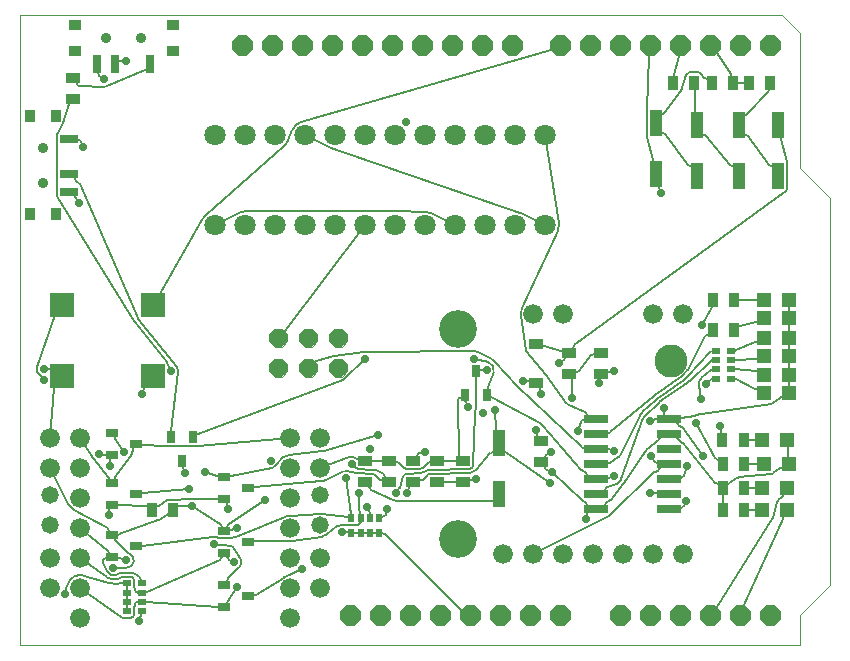
<source format=gbr>
%FSLAX44Y44*%
%OFA0.0000B0.0000*%
%SFA1B1*%
%MOMM*%
%AMFRECTNOHOLE25*
21,1,0.8000,1.2000,0.0000,0.0000,0*
%
%AMFRECTNOHOLE26*
21,1,1.2000,0.8000,0.0000,0.0000,0*
%
%AMFRECTNOHOLE27*
21,1,1.0668,2.1844,0.0000,0.0000,0*
%
%AMFRECTNOHOLE28*
21,1,1.2000,1.2000,0.0000,0.0000,0*
%
%AMFRECTNOHOLE29*
21,1,0.8000,1.0000,0.0000,0.0000,0*
%
%AMFRECTNOHOLE30*
21,1,1.5000,0.7000,0.0000,0.0000,0*
%
%AMFRECTNOHOLE31*
21,1,1.2200,0.9100,0.0000,0.0000,0*
%
%AMFRECTNOHOLE32*
21,1,0.6350,1.0160,0.0000,0.0000,0*
%
%AMFRECTNOHOLE33*
21,1,2.0320,0.6604,0.0000,0.0000,0*
%
%AMFRECTNOHOLE34*
21,1,1.0160,0.6350,0.0000,0.0000,0*
%
%AMFRECTNOHOLE35*
21,1,2.0000,2.0000,0.0000,0.0000,0*
%
%AMFRECTNOHOLE36*
21,1,0.6500,0.5000,0.0000,0.0000,0*
%
%AMFRECTNOHOLE37*
21,1,0.5000,0.6500,0.0000,0.0000,0*
%
%AMFRECTNOHOLE38*
21,1,1.0000,0.8000,0.0000,0.0000,0*
%
%AMFRECTNOHOLE39*
21,1,0.7000,1.5000,0.0000,0.0000,0*
%
%ADD25FRECTNOHOLE25*%
%ADD26FRECTNOHOLE26*%
%ADD27FRECTNOHOLE27*%
%ADD28FRECTNOHOLE28*%
%ADD29FRECTNOHOLE29*%
%ADD30FRECTNOHOLE30*%
%ADD31FRECTNOHOLE31*%
%ADD32FRECTNOHOLE32*%
%ADD33FRECTNOHOLE33*%
%ADD34FRECTNOHOLE34*%
%ADD35FRECTNOHOLE35*%
%ADD36FRECTNOHOLE36*%
%ADD37FRECTNOHOLE37*%
%ADD38FRECTNOHOLE38*%
%ADD39FRECTNOHOLE39*%
%ADD40C,0.0010X0.0000*%
%ADD41C,0.1524X0.0000*%
%ADD43C,0.0000X0.0000*%
%ADD56C,0.7000X0.0000*%
%ADD57C,0.9000X0.0000*%
%ADD58C,1.6764X0.0000*%
%ADD59C,3.2000X0.0000*%
%ADD60C,2.8000X0.0000*%
%ADD61C,1.3970X0.0000*%
%ADD62C,1.4732X0.0000*%
%ADD63C,1.8000X0.0000*%
%LNTOP304*%
%LPD*%
G36*
X525018Y511472D2*
X529928Y516382D1*
X536872Y516382D1*
X541782Y511472D1*
X541782Y504528D1*
X536872Y499618D1*
X529928Y499618D1*
X525018Y504528D1*
X525018Y511472D1*
G37*
%LNTOP305*%
%LPD*%
G36*
X499618Y28872D2*
X504528Y33782D1*
X511472Y33782D1*
X516382Y28872D1*
X516382Y21928D1*
X511472Y17018D1*
X504528Y17018D1*
X499618Y21928D1*
X499618Y28872D1*
G37*
%LNTOP306*%
%LPD*%
G36*
X550418Y511472D2*
X555328Y516382D1*
X562272Y516382D1*
X567182Y511472D1*
X567182Y504528D1*
X562272Y499618D1*
X555328Y499618D1*
X550418Y504528D1*
X550418Y511472D1*
G37*
%LNTOP307*%
%LPD*%
G36*
X575818Y511472D2*
X580728Y516382D1*
X587672Y516382D1*
X592582Y511472D1*
X592582Y504528D1*
X587672Y499618D1*
X580728Y499618D1*
X575818Y504528D1*
X575818Y511472D1*
G37*
%LNTOP308*%
%LPD*%
G36*
X601218Y511472D2*
X606128Y516382D1*
X613072Y516382D1*
X617982Y511472D1*
X617982Y504528D1*
X613072Y499618D1*
X606128Y499618D1*
X601218Y504528D1*
X601218Y511472D1*
G37*
%LNTOP309*%
%LPD*%
G36*
X626618Y511472D2*
X631528Y516382D1*
X638472Y516382D1*
X643382Y511472D1*
X643382Y504528D1*
X638472Y499618D1*
X631528Y499618D1*
X626618Y504528D1*
X626618Y511472D1*
G37*
%LNTOP310*%
%LPD*%
G36*
X499618Y511472D2*
X504528Y516382D1*
X511472Y516382D1*
X516382Y511472D1*
X516382Y504528D1*
X511472Y499618D1*
X504528Y499618D1*
X499618Y504528D1*
X499618Y511472D1*
G37*
%LNTOP311*%
%LPD*%
G36*
X474218Y511472D2*
X479128Y516382D1*
X486072Y516382D1*
X490982Y511472D1*
X490982Y504528D1*
X486072Y499618D1*
X479128Y499618D1*
X474218Y504528D1*
X474218Y511472D1*
G37*
%LNTOP312*%
%LPD*%
G36*
X448818Y511472D2*
X453728Y516382D1*
X460672Y516382D1*
X465582Y511472D1*
X465582Y504528D1*
X460672Y499618D1*
X453728Y499618D1*
X448818Y504528D1*
X448818Y511472D1*
G37*
%LNTOP313*%
%LPD*%
G36*
X408178Y511472D2*
X413088Y516382D1*
X420032Y516382D1*
X424942Y511472D1*
X424942Y504528D1*
X420032Y499618D1*
X413088Y499618D1*
X408178Y504528D1*
X408178Y511472D1*
G37*
%LNTOP314*%
%LPD*%
G36*
X382778Y511472D2*
X387688Y516382D1*
X394632Y516382D1*
X399542Y511472D1*
X399542Y504528D1*
X394632Y499618D1*
X387688Y499618D1*
X382778Y504528D1*
X382778Y511472D1*
G37*
%LNTOP315*%
%LPD*%
G36*
X357378Y511472D2*
X362288Y516382D1*
X369232Y516382D1*
X374142Y511472D1*
X374142Y504528D1*
X369232Y499618D1*
X362288Y499618D1*
X357378Y504528D1*
X357378Y511472D1*
G37*
%LNTOP316*%
%LPD*%
G36*
X331978Y511472D2*
X336888Y516382D1*
X343832Y516382D1*
X348742Y511472D1*
X348742Y504528D1*
X343832Y499618D1*
X336888Y499618D1*
X331978Y504528D1*
X331978Y511472D1*
G37*
%LNTOP317*%
%LPD*%
G36*
X306578Y511472D2*
X311488Y516382D1*
X318432Y516382D1*
X323342Y511472D1*
X323342Y504528D1*
X318432Y499618D1*
X311488Y499618D1*
X306578Y504528D1*
X306578Y511472D1*
G37*
%LNTOP318*%
%LPD*%
G36*
X281178Y511472D2*
X286088Y516382D1*
X293032Y516382D1*
X297942Y511472D1*
X297942Y504528D1*
X293032Y499618D1*
X286088Y499618D1*
X281178Y504528D1*
X281178Y511472D1*
G37*
%LNTOP319*%
%LPD*%
G36*
X255778Y511472D2*
X260688Y516382D1*
X267632Y516382D1*
X272542Y511472D1*
X272542Y504528D1*
X267632Y499618D1*
X260688Y499618D1*
X255778Y504528D1*
X255778Y511472D1*
G37*
%LNTOP320*%
%LPD*%
G36*
X230378Y511472D2*
X235288Y516382D1*
X242232Y516382D1*
X247142Y511472D1*
X247142Y504528D1*
X242232Y499618D1*
X235288Y499618D1*
X230378Y504528D1*
X230378Y511472D1*
G37*
%LNTOP321*%
%LPD*%
G36*
X525018Y28872D2*
X529928Y33782D1*
X536872Y33782D1*
X541782Y28872D1*
X541782Y21928D1*
X536872Y17018D1*
X529928Y17018D1*
X525018Y21928D1*
X525018Y28872D1*
G37*
%LNTOP322*%
%LPD*%
G36*
X550418Y28872D2*
X555328Y33782D1*
X562272Y33782D1*
X567182Y28872D1*
X567182Y21928D1*
X562272Y17018D1*
X555328Y17018D1*
X550418Y21928D1*
X550418Y28872D1*
G37*
%LNTOP323*%
%LPD*%
G36*
X575818Y28872D2*
X580728Y33782D1*
X587672Y33782D1*
X592582Y28872D1*
X592582Y21928D1*
X587672Y17018D1*
X580728Y17018D1*
X575818Y21928D1*
X575818Y28872D1*
G37*
%LNTOP324*%
%LPD*%
G36*
X601218Y28872D2*
X606128Y33782D1*
X613072Y33782D1*
X617982Y28872D1*
X617982Y21928D1*
X613072Y17018D1*
X606128Y17018D1*
X601218Y21928D1*
X601218Y28872D1*
G37*
%LNTOP325*%
%LPD*%
G36*
X626618Y28872D2*
X631528Y33782D1*
X638472Y33782D1*
X643382Y28872D1*
X643382Y21928D1*
X638472Y17018D1*
X631528Y17018D1*
X626618Y21928D1*
X626618Y28872D1*
G37*
%LNTOP326*%
%LPD*%
G36*
X448818Y28872D2*
X453728Y33782D1*
X460672Y33782D1*
X465582Y28872D1*
X465582Y21928D1*
X460672Y17018D1*
X453728Y17018D1*
X448818Y21928D1*
X448818Y28872D1*
G37*
%LNTOP327*%
%LPD*%
G36*
X423418Y28872D2*
X428328Y33782D1*
X435272Y33782D1*
X440182Y28872D1*
X440182Y21928D1*
X435272Y17018D1*
X428328Y17018D1*
X423418Y21928D1*
X423418Y28872D1*
G37*
%LNTOP328*%
%LPD*%
G36*
X398018Y28872D2*
X402928Y33782D1*
X409872Y33782D1*
X414782Y28872D1*
X414782Y21928D1*
X409872Y17018D1*
X402928Y17018D1*
X398018Y21928D1*
X398018Y28872D1*
G37*
%LNTOP329*%
%LPD*%
G36*
X372618Y28872D2*
X377528Y33782D1*
X384472Y33782D1*
X389382Y28872D1*
X389382Y21928D1*
X384472Y17018D1*
X377528Y17018D1*
X372618Y21928D1*
X372618Y28872D1*
G37*
%LNTOP330*%
%LPD*%
G36*
X347218Y28872D2*
X352128Y33782D1*
X359072Y33782D1*
X363982Y28872D1*
X363982Y21928D1*
X359072Y17018D1*
X352128Y17018D1*
X347218Y21928D1*
X347218Y28872D1*
G37*
%LNTOP331*%
%LPD*%
G36*
X321818Y28872D2*
X326728Y33782D1*
X333672Y33782D1*
X338582Y28872D1*
X338582Y21928D1*
X333672Y17018D1*
X326728Y17018D1*
X321818Y21928D1*
X321818Y28872D1*
G37*
%LNTOP332*%
%LPD*%
G36*
X204978Y511472D2*
X209888Y516382D1*
X216832Y516382D1*
X221742Y511472D1*
X221742Y504528D1*
X216832Y499618D1*
X209888Y499618D1*
X204978Y504528D1*
X204978Y511472D1*
G37*
%LNTOP333*%
%LPD*%
G36*
X179578Y511472D2*
X184488Y516382D1*
X191432Y516382D1*
X196342Y511472D1*
X196342Y504528D1*
X191432Y499618D1*
X184488Y499618D1*
X179578Y504528D1*
X179578Y511472D1*
G37*
%LNTOP334*%
%LPD*%
G36*
X296418Y28872D2*
X301328Y33782D1*
X308272Y33782D1*
X313182Y28872D1*
X313182Y21928D1*
X308272Y17018D1*
X301328Y17018D1*
X296418Y21928D1*
X296418Y28872D1*
G37*
%LNTOP335*%
%LPD*%
G36*
X271018Y28872D2*
X275928Y33782D1*
X282872Y33782D1*
X287782Y28872D1*
X287782Y21928D1*
X282872Y17018D1*
X275928Y17018D1*
X271018Y21928D1*
X271018Y28872D1*
G37*
%LNTOP336*%
%LPD*%
G36*
X210900Y238073D2*
X215317Y242490D1*
X221563Y242490D1*
X225980Y238073D1*
X225980Y231827D1*
X221563Y227410D1*
X215317Y227410D1*
X210900Y231827D1*
X210900Y238073D1*
G37*
%LNTOP337*%
%LPD*%
G36*
X210900Y263473D2*
X215317Y267890D1*
X221563Y267890D1*
X225980Y263473D1*
X225980Y257227D1*
X221563Y252810D1*
X215317Y252810D1*
X210900Y257227D1*
X210900Y263473D1*
G37*
%LNTOP338*%
%LPD*%
G36*
X236300Y238073D2*
X240717Y242490D1*
X246963Y242490D1*
X251380Y238073D1*
X251380Y231827D1*
X246963Y227410D1*
X240717Y227410D1*
X236300Y231827D1*
X236300Y238073D1*
G37*
%LNTOP339*%
%LPD*%
G36*
X236300Y263473D2*
X240717Y267890D1*
X246963Y267890D1*
X251380Y263473D1*
X251380Y257227D1*
X246963Y252810D1*
X240717Y252810D1*
X236300Y257227D1*
X236300Y263473D1*
G37*
%LNTOP340*%
%LPD*%
G36*
X261700Y238073D2*
X266117Y242490D1*
X272363Y242490D1*
X276780Y238073D1*
X276780Y231827D1*
X272363Y227410D1*
X266117Y227410D1*
X261700Y231827D1*
X261700Y238073D1*
G37*
%LNTOP341*%
%LPD*%
G36*
X261700Y263473D2*
X266117Y267890D1*
X272363Y267890D1*
X276780Y263473D1*
X276780Y257227D1*
X272363Y252810D1*
X266117Y252810D1*
X261700Y257227D1*
X261700Y263473D1*
G37*
%LNTOP*%
%LPD*%
G54D10*
G54D25*
X111650Y114300D3*
X129650Y114300D3*
X604630Y266700D3*
X586630Y266700D3*
X604630Y292100D3*
X586630Y292100D3*
X612758Y153670D3*
X594758Y153670D3*
X594758Y133350D3*
X612758Y133350D3*
X595012Y114300D3*
X613012Y114300D3*
X594504Y173990D3*
X612504Y173990D3*
X617110Y476250D3*
X635110Y476250D3*
X552340Y476250D3*
X570340Y476250D3*
X603360Y476250D3*
X585360Y476250D3*
G54D26*
X312420Y156320D3*
X312420Y138320D3*
X353060Y138320D3*
X353060Y156320D3*
X374650Y138320D3*
X374650Y156320D3*
X44450Y462170D3*
X44450Y480170D3*
X292100Y138320D3*
X292100Y156320D3*
X491490Y247760D3*
X491490Y229760D3*
X464820Y247760D3*
X464820Y229760D3*
X332740Y156320D3*
X332740Y138320D3*
X440690Y154830D3*
X440690Y172830D3*
G54D27*
X405130Y128270D3*
X405130Y171450D3*
X641350Y397510D3*
X641350Y440690D3*
X608330Y397510D3*
X608330Y440690D3*
X572770Y397510D3*
X572770Y440690D3*
X538480Y398780D3*
X538480Y441960D3*
G54D28*
X650580Y213360D3*
X629580Y213360D3*
X650580Y292100D3*
X629580Y292100D3*
X650580Y228600D3*
X629580Y228600D3*
X650580Y245110D3*
X629580Y245110D3*
X650580Y260350D3*
X629580Y260350D3*
X650580Y276860D3*
X629580Y276860D3*
X629580Y153670D3*
X650580Y153670D3*
X649310Y114300D3*
X628310Y114300D3*
X649310Y133350D3*
X628310Y133350D3*
X628310Y173990D3*
X649310Y173990D3*
G54D29*
X30050Y364900D3*
X8050Y364900D3*
X8050Y447900D3*
X30050Y447900D3*
G54D30*
X41550Y383900D3*
X41550Y398900D3*
X41550Y428900D3*
G54D31*
X436880Y255110D3*
X436880Y222410D3*
G54D32*
X376580Y212250D3*
X395580Y212250D3*
X386080Y232250D3*
X146660Y176370D3*
X127660Y176370D3*
X137160Y156370D3*
G54D33*
X548894Y115570D3*
X487426Y115570D3*
X548894Y128270D3*
X548894Y140970D3*
X487426Y128270D3*
X487426Y140970D3*
X548894Y153670D3*
X487426Y153670D3*
X548894Y166370D3*
X548894Y179070D3*
X487426Y166370D3*
X487426Y179070D3*
X548894Y191770D3*
X487426Y191770D3*
G54D34*
X172880Y51410D3*
X172880Y32410D3*
X192880Y41910D3*
X172880Y97130D3*
X172880Y78130D3*
X192880Y87630D3*
X77630Y93320D3*
X77630Y74320D3*
X97630Y83820D3*
X172880Y142850D3*
X172880Y123850D3*
X192880Y133350D3*
X77630Y179680D3*
X77630Y160680D3*
X97630Y170180D3*
X77630Y137770D3*
X77630Y118770D3*
X97630Y128270D3*
G54D35*
X35560Y287810D3*
X35560Y227810D3*
X112014Y288064D3*
X112014Y228064D3*
G54D36*
X589380Y225490D3*
X589380Y233490D3*
X589380Y241490D3*
X589380Y249490D3*
X601880Y249490D3*
X601880Y241490D3*
X601880Y233490D3*
X601880Y225490D3*
X90270Y28640D3*
X90270Y36640D3*
X90270Y44640D3*
X90270Y52640D3*
X102770Y52640D3*
X102770Y44640D3*
X102770Y36640D3*
X102770Y28640D3*
G54D37*
X304100Y95350D3*
X296100Y95350D3*
X288100Y95350D3*
X280100Y95350D3*
X280100Y107850D3*
X288100Y107850D3*
X296100Y107850D3*
X304100Y107850D3*
G54D38*
X46130Y503350D3*
X46130Y525350D3*
X129130Y525350D3*
X129130Y503350D3*
G54D39*
X65130Y491850D3*
X80130Y491850D3*
X110130Y491850D3*
G54D40*
X645160Y533400D2*
X0Y533400D1*
X660400Y518160D2*
X645160Y533400D1*
X660400Y403860D2*
X660400Y518160D1*
X685800Y378460D2*
X660400Y403860D1*
X685800Y50800D2*
X685800Y378460D1*
X660400Y25400D2*
X685800Y50800D1*
X660400Y0D2*
X660400Y25400D1*
X0Y0D2*
X660400Y0D1*
X0Y533400D2*
X0Y0D1*
G54D41*
X66876Y482152D2*
X70729Y479076D1*
G75*
G01X65818Y484350D2*
G03X66876Y482152I2812J0D1*
G74*
X65818Y485112D2*
X65818Y484350D1*
X65130Y491850D2*
X65818Y485112D1*
X584397Y224792D2*
X580741Y221275D1*
G75*
G01X586130Y225490D2*
G03X584397Y224792I0J-2500D1*
G74*
X586892Y225490D2*
X586130Y225490D1*
X589380Y225490D2*
X586892Y225490D1*
X101948Y128628D2*
X97630Y128270D1*
X102710Y128628D2*
X101948Y128628D1*
G75*
G01X102710Y128628D2*
G03X102976Y128641I0J2817D1*
G74*
X142574Y132397D2*
X102976Y128641D1*
X624342Y216548D2*
X629580Y213360D1*
X623580Y216548D2*
X624342Y216548D1*
G75*
G01X622280Y216867D2*
G03X623580Y216548I1300J2493D1*
G74*
X606286Y225207D2*
X622280Y216867D1*
G75*
G01X606286Y225207D2*
G03X605130Y225490I-1156J-2217D1*
G74*
X604368Y225490D2*
X605130Y225490D1*
X601880Y225490D2*
X604368Y225490D1*
X624342Y231783D2*
X629580Y228600D1*
X623580Y231783D2*
X624342Y231783D1*
G75*
G01X623317Y231795D2*
G03X623580Y231783I263J2805D1*
G74*
X605363Y233479D2*
X623317Y231795D1*
G75*
G01X605363Y233479D2*
G03X605130Y233490I-233J-2489D1*
G74*
X604368Y233490D2*
X605130Y233490D1*
X601880Y233490D2*
X604368Y233490D1*
X624342Y241927D2*
X629580Y245110D1*
X623580Y241927D2*
X624342Y241927D1*
X623513Y241926D2*
X623580Y241927D1*
X605189Y241491D2*
X623513Y241926D1*
X605130Y241490D2*
X605189Y241491D1*
X604368Y241490D2*
X605130Y241490D1*
X601880Y241490D2*
X604368Y241490D1*
X624342Y257167D2*
X629580Y260350D1*
X623580Y257167D2*
X624342Y257167D1*
G75*
G01X623580Y257167D2*
G03X622439Y256925I0J-2817D1*
G74*
X606143Y249704D2*
X622439Y256925D1*
G75*
G01X605130Y249490D2*
G03X606143Y249704I0J2500D1*
G74*
X604368Y249490D2*
X605130Y249490D1*
X601880Y249490D2*
X604368Y249490D1*
X449896Y504528D2*
X457200Y508000D1*
X449357Y503989D2*
X449896Y504528D1*
X238031Y443156D2*
X449357Y503989D1*
G75*
G01X238031Y443156D2*
G03X230305Y436129I3269J-11356D1*
G74*
X226895Y427471D2*
X230305Y436129D1*
G75*
G01X223708Y422930D2*
G03X226895Y427471I-7808J8870D1*
G74*
X157292Y364470D2*
X223708Y422930D1*
G75*
G01X157292Y364470D2*
G03X154829Y361443I7808J-8870D1*
G74*
X119565Y299457D2*
X154829Y361443D1*
G75*
G01X119565Y299457D2*
G03X119197Y298064I2449J-1393D1*
G74*
X119197Y297302D2*
X119197Y298064D1*
X112014Y288064D2*
X119197Y297302D1*
X538660Y128756D2*
X533186Y128900D1*
X538734Y128755D2*
X538660Y128756D1*
X539496Y128755D2*
X538734Y128755D1*
X548894Y128270D2*
X539496Y128755D1*
X624342Y292100D2*
X629580Y292100D1*
X623580Y292100D2*
X624342Y292100D1*
X608630Y292100D2*
X623580Y292100D1*
X607868Y292100D2*
X608630Y292100D1*
X604630Y292100D2*
X607868Y292100D1*
X624342Y273672D2*
X629580Y276860D1*
X623580Y273672D2*
X624342Y273672D1*
G75*
G01X623580Y273672D2*
G03X622857Y273577I0J-2812D1*
G74*
X609353Y269983D2*
X622857Y273577D1*
G75*
G01X608630Y269888D2*
G03X609353Y269983I0J2812D1*
G74*
X607868Y269888D2*
X608630Y269888D1*
X604630Y266700D2*
X607868Y269888D1*
X574491Y220356D2*
X576286Y208151D1*
G75*
G01X576606Y226051D2*
G03X574491Y220356I4135J-4776D1*
G74*
X584494Y232880D2*
X576606Y226051D1*
G75*
G01X586130Y233490D2*
G03X584494Y232880I0J-2500D1*
G74*
X586892Y233490D2*
X586130Y233490D1*
X589380Y233490D2*
X586892Y233490D1*
X558292Y116060D2*
X548894Y115570D1*
X559054Y116060D2*
X558292Y116060D1*
G75*
G01X559054Y116060D2*
G03X561575Y117626I0J2812D1*
G74*
X563695Y121916D2*
X561575Y117626D1*
X494774Y130810D2*
X487426Y128270D1*
X494774Y131572D2*
X494774Y130810D1*
G75*
G01X496732Y134251D2*
G03X494774Y131572I854J-2679D1*
G74*
X504874Y136848D2*
X496732Y134251D1*
G75*
G01X504874Y136848D2*
G03X508896Y140720I-1919J6018D1*
G74*
X527424Y192020D2*
X508896Y140720D1*
G75*
G01X529039Y194477D2*
G03X527424Y192020I4326J-4603D1*
G74*
X540474Y205225D2*
X529039Y194477D1*
G75*
G01X541181Y205799D2*
G03X540474Y205225I3619J-5177D1*
G74*
X564108Y221828D2*
X541181Y205799D1*
G75*
G01X564108Y221828D2*
G03X566848Y224070I-13436J19218D1*
G74*
X584405Y240800D2*
X566848Y224070D1*
G75*
G01X586130Y241490D2*
G03X584405Y240800I0J-2500D1*
G74*
X586892Y241490D2*
X586130Y241490D1*
X589380Y241490D2*
X586892Y241490D1*
X496824Y154155D2*
X487426Y153670D1*
X497586Y154155D2*
X496824Y154155D1*
G75*
G01X497586Y154155D2*
G03X499069Y154577I0J2817D1*
G74*
X506441Y159141D2*
X499069Y154577D1*
G75*
G01X506441Y159141D2*
G03X508805Y161765I-3325J5371D1*
G74*
X524453Y194177D2*
X508805Y161765D1*
G75*
G01X526587Y197085D2*
G03X524453Y194177I6778J-7211D1*
G74*
X538022Y207833D2*
X526587Y197085D1*
G75*
G01X539130Y208733D2*
G03X538022Y207833I5670J-8111D1*
G74*
X562057Y224761D2*
X539130Y208733D1*
G75*
G01X562057Y224761D2*
G03X565437Y227749I-11385J16285D1*
G74*
X584272Y248663D2*
X565437Y227749D1*
G75*
G01X586130Y249490D2*
G03X584272Y248663I0J-2500D1*
G74*
X586892Y249490D2*
X586130Y249490D1*
X589380Y249490D2*
X586892Y249490D1*
X583392Y263517D2*
X586630Y266700D1*
X582630Y263517D2*
X583392Y263517D1*
G75*
G01X582630Y263517D2*
G03X580138Y262013I0J-2817D1*
G74*
X565084Y233450D2*
X580138Y262013D1*
G75*
G01X560006Y227694D2*
G03X565084Y233450I-9334J13352D1*
G74*
X537079Y211666D2*
X560006Y227694D1*
G75*
G01X537079Y211666D2*
G03X536156Y210959I7721J-11044D1*
G74*
X499390Y180215D2*
X536156Y210959D1*
G75*
G01X497586Y179560D2*
G03X499390Y180215I0J2812D1*
G74*
X496824Y179560D2*
X497586Y179560D1*
X487426Y179070D2*
X496824Y179560D1*
X287031Y116596D2*
X286939Y128736D1*
G75*
G01X287031Y116596D2*
G03X287201Y115188I6317J48D1*
G74*
X288033Y111676D2*
X287201Y115188D1*
G75*
G01X288100Y111100D2*
G03X288033Y111676I-2500J0D1*
G74*
X288100Y110338D2*
X288100Y111100D1*
X288100Y107850D2*
X288100Y110338D1*
X288100Y105362D2*
X288100Y107850D1*
X288100Y104600D2*
X288100Y105362D1*
G75*
G01X285864Y102114D2*
G03X288100Y104600I-264J2486D1*
G74*
X282898Y101799D2*
X285864Y102114D1*
G75*
G01X282600Y101783D2*
G03X282898Y101799I0J2817D1*
G74*
X277600Y101783D2*
X282600Y101783D1*
G75*
G01X277462Y101786D2*
G03X277600Y101783I138J2814D1*
G74*
X272359Y102036D2*
X277462Y101786D1*
G75*
G01X272359Y102036D2*
G03X268051Y100617I-309J-6309D1*
G74*
X260114Y94125D2*
X268051Y100617D1*
G75*
G01X255343Y92037D2*
G03X260114Y94125I-1343J9563D1*
G74*
X230084Y88491D2*
X255343Y92037D1*
G75*
G01X228739Y88388D2*
G03X230084Y88491I-139J10672D1*
G74*
X197997Y87988D2*
X228739Y88388D1*
X197960Y87988D2*
X197997Y87988D1*
X197198Y87988D2*
X197960Y87988D1*
X192880Y87630D2*
X197198Y87988D1*
X389255Y233319D2*
X394805Y233319D1*
X388493Y233319D2*
X389255Y233319D1*
X386080Y232250D2*
X388493Y233319D1*
X309316Y110371D2*
X310556Y114993D1*
G75*
G01X306600Y108288D2*
G03X309316Y110371I0J2812D1*
G74*
X305838Y108288D2*
X306600Y108288D1*
X304100Y107850D2*
X305838Y108288D1*
X385722Y227932D2*
X386080Y232250D1*
X385722Y227170D2*
X385722Y227932D1*
X385722Y227156D2*
X385722Y227170D1*
X385598Y201609D2*
X385722Y227156D1*
G75*
G01X385550Y200865D2*
G03X385598Y201609I-6269J775D1*
G74*
X385144Y197576D2*
X385550Y200865D1*
G75*
G01X385144Y197576D2*
G03X385100Y197031I6269J-775D1*
G74*
X383465Y152217D2*
X385100Y197031D1*
G75*
G01X380716Y149504D2*
G03X383465Y152217I-66J2816D1*
G74*
X346911Y148714D2*
X380716Y149504D1*
G75*
G01X346911Y148714D2*
G03X343931Y147898I149J-6394D1*
G74*
X341869Y146742D2*
X343931Y147898D1*
G75*
G01X339149Y145937D2*
G03X341869Y146742I-409J6383D1*
G74*
X326560Y145131D2*
X339149Y145937D1*
G75*
G01X326560Y145131D2*
G03X324045Y143139I180J-2811D1*
G74*
X321115Y133501D2*
X324045Y143139D1*
G75*
G01X320807Y132823D2*
G03X321115Y133501I-2387J1497D1*
G74*
X318198Y128664D2*
X320807Y132823D1*
X224003Y57892D2*
X238801Y64954D1*
G75*
G01X224003Y57892D2*
G03X222964Y57323I4597J-9632D1*
G74*
X199445Y42697D2*
X222964Y57323D1*
G75*
G01X197960Y42273D2*
G03X199445Y42697I0J2812D1*
G74*
X197198Y42273D2*
X197960Y42273D1*
X192880Y41910D2*
X197198Y42273D1*
X295779Y112326D2*
X293348Y116644D1*
G75*
G01X296100Y111100D2*
G03X295779Y112326I-2500J0D1*
G74*
X296100Y110338D2*
X296100Y111100D1*
X296100Y107850D2*
X296100Y110338D1*
X280072Y111472D2*
X275568Y141442D1*
G75*
G01X280100Y111100D2*
G03X280072Y111472I-2500J0D1*
G74*
X280100Y110338D2*
X280100Y111100D1*
X280100Y107850D2*
X280100Y110338D1*
X278362Y108283D2*
X280100Y107850D1*
X277600Y108283D2*
X278362Y108283D1*
G75*
G01X277235Y108307D2*
G03X277600Y108283I365J2793D1*
G74*
X255250Y111176D2*
X277235Y108307D1*
G75*
G01X255250Y111176D2*
G03X253422Y111240I-1250J-9576D1*
G74*
X227962Y109714D2*
X253422Y111240D1*
G75*
G01X227962Y109714D2*
G03X224547Y108934I638J-10654D1*
G74*
X186730Y93411D2*
X224547Y108934D1*
X186711Y93403D2*
X186730Y93411D1*
X185787Y93015D2*
X186711Y93403D1*
G75*
G01X184813Y92697D2*
G03X185787Y93015I-1469J6144D1*
G74*
X178615Y91215D2*
X184813Y92697D1*
G75*
G01X177960Y91138D2*
G03X178615Y91215I0J2817D1*
G74*
X167800Y91138D2*
X177960Y91138D1*
G75*
G01X166714Y91356D2*
G03X167800Y91138I1086J2599D1*
G74*
X166655Y91380D2*
X166714Y91356D1*
G75*
G01X166655Y91380D2*
G03X163428Y91819I-2436J-5828D1*
G74*
X103063Y84200D2*
X163428Y91819D1*
G75*
G01X102710Y84178D2*
G03X103063Y84200I0J2817D1*
G74*
X101948Y84178D2*
X102710Y84178D1*
X97630Y83820D2*
X101948Y84178D1*
X15482Y229393D2*
X20005Y224742D1*
G75*
G01X14039Y235860D2*
G03X15482Y229393I5971J-2063D1*
G74*
X28218Y276892D2*
X14039Y235860D1*
G75*
G01X28218Y276892D2*
G03X28372Y277810I-2658J918D1*
G74*
X28372Y278572D2*
X28372Y277810D1*
X35560Y287810D2*
X28372Y278572D1*
X46238Y396162D2*
X41550Y398900D1*
X46238Y395400D2*
X46238Y396162D1*
G75*
G01X46238Y395400D2*
G03X47052Y393421I2812J0D1*
G74*
X51052Y389382D2*
X47052Y393421D1*
G75*
G01X51639Y388509D2*
G03X51052Y389382I-2589J-1109D1*
G74*
X99425Y276955D2*
X51639Y388509D1*
G75*
G01X99425Y276955D2*
G03X99825Y276291I2589J1109D1*
G74*
X132477Y235991D2*
X99825Y276291D1*
G75*
G01X133843Y231278D2*
G03X132477Y235991I-6274J736D1*
G74*
X128037Y181778D2*
X133843Y231278D1*
G75*
G01X128037Y181778D2*
G03X128018Y181450I2798J-328D1*
G74*
X128018Y180688D2*
X128018Y181450D1*
X127660Y176370D2*
X128018Y180688D1*
X124617Y239142D2*
X127569Y232014D1*
G75*
G01X124617Y239142D2*
G03X124220Y239816I-2603J-1078D1*
G74*
X97005Y274086D2*
X124220Y239816D1*
G75*
G01X96585Y274682D2*
G03X97005Y274086I5429J3382D1*
G74*
X31659Y378911D2*
X96585Y274682D1*
G75*
G01X31233Y380400D2*
G03X31659Y378911I2817J0D1*
G74*
X31233Y432400D2*
X31233Y380400D1*
G75*
G01X31589Y433770D2*
G03X31233Y432400I2461J-1370D1*
G74*
X36052Y441785D2*
X31589Y433770D1*
G75*
G01X36052Y441785D2*
G03X36235Y442212I-2002J1115D1*
G74*
X41262Y458170D2*
X36235Y442212D1*
X41262Y458932D2*
X41262Y458170D1*
X44450Y462170D2*
X41262Y458932D1*
X47638Y476932D2*
X44450Y480170D1*
X47638Y476170D2*
X47638Y476932D1*
G75*
G01X47638Y476170D2*
G03X50367Y473359I2812J0D1*
G74*
X70542Y472762D2*
X50367Y473359D1*
G75*
G01X70542Y472762D2*
G03X73191Y473258I187J6314D1*
G74*
X105532Y486944D2*
X73191Y473258D1*
G75*
G01X106630Y487167D2*
G03X105532Y486944I0J-2817D1*
G74*
X107392Y487167D2*
X106630Y487167D1*
X110130Y491850D2*
X107392Y487167D1*
X589125Y31251D2*
X584200Y25400D1*
X589664Y31790D2*
X589125Y31251D1*
X589682Y31808D2*
X589664Y31790D1*
G75*
G01X589682Y31808D2*
G03X590060Y32288I-2010J1974D1*
G74*
X636698Y106806D2*
X590060Y32288D1*
G75*
G01X636698Y106806D2*
G03X637033Y107580I-2388J1494D1*
G74*
X640587Y121020D2*
X637033Y107580D1*
G75*
G01X641614Y122549D2*
G03X640587Y121020I1696J-2249D1*
G74*
X645003Y125105D2*
X641614Y122549D1*
G75*
G01X645003Y125105D2*
G03X646122Y127350I-1693J2245D1*
G74*
X646122Y128112D2*
X646122Y127350D1*
X649310Y133350D2*
X646122Y128112D1*
X612310Y33020D2*
X609600Y25400D1*
X612310Y33782D2*
X612310Y33020D1*
G75*
G01X612379Y34100D2*
G03X612310Y33782I693J-318D1*
G74*
X645866Y107128D2*
X612379Y34100D1*
G75*
G01X645866Y107128D2*
G03X646122Y108300I-2556J1172D1*
G74*
X646122Y109062D2*
X646122Y108300D1*
X649310Y114300D2*
X646122Y109062D1*
X616250Y114300D2*
X613012Y114300D1*
X617012Y114300D2*
X616250Y114300D1*
X622310Y114300D2*
X617012Y114300D1*
X623072Y114300D2*
X622310Y114300D1*
X628310Y114300D2*
X623072Y114300D1*
X615996Y133350D2*
X612758Y133350D1*
X616758Y133350D2*
X615996Y133350D1*
X622310Y133350D2*
X616758Y133350D1*
X623072Y133350D2*
X622310Y133350D1*
X628310Y133350D2*
X623072Y133350D1*
X197198Y133708D2*
X192880Y133350D1*
X197960Y133708D2*
X197198Y133708D1*
G75*
G01X197960Y133708D2*
G03X198206Y133719I0J2817D1*
G74*
X254980Y138704D2*
X198206Y133719D1*
G75*
G01X254980Y138704D2*
G03X259230Y139957I-980J11156D1*
G74*
X272618Y147028D2*
X259230Y139957D1*
G75*
G01X277825Y147342D2*
G03X272618Y147028I-2257J-5900D1*
G74*
X278301Y147160D2*
X277825Y147342D1*
G75*
G01X278301Y147160D2*
G03X279634Y146811I2257J5900D1*
G74*
X285164Y145993D2*
X279634Y146811D1*
G75*
G01X285164Y145993D2*
G03X285691Y145937I936J6327D1*
G74*
X298280Y145131D2*
X285691Y145937D1*
G75*
G01X300006Y144394D2*
G03X298280Y145131I-1906J-2074D1*
G74*
X304518Y140249D2*
X300006Y144394D1*
G75*
G01X304518Y140249D2*
G03X306420Y139508I1902J2071D1*
G74*
X307182Y139508D2*
X306420Y139508D1*
X312420Y138320D2*
X307182Y139508D1*
X309232Y141558D2*
X312420Y138320D1*
X309232Y142320D2*
X309232Y141558D1*
G75*
G01X309232Y142320D2*
G03X307631Y144858I-2812J0D1*
G74*
X300855Y148092D2*
X307631Y144858D1*
G75*
G01X300855Y148092D2*
G03X298509Y148703I-2755J-5772D1*
G74*
X285920Y149509D2*
X298509Y148703D1*
G75*
G01X284371Y150096D2*
G03X285920Y149509I1729J2224D1*
G74*
X280558Y153060D2*
X284371Y150096D1*
X257201Y164528D2*
X302934Y178170D1*
G75*
G01X255253Y164131D2*
G03X257201Y164528I-1253J11129D1*
G74*
X227347Y160989D2*
X255253Y164131D1*
G75*
G01X227347Y160989D2*
G03X218741Y155171I1253J-11129D1*
G74*
X217737Y153309D2*
X218741Y155171D1*
G75*
G01X213392Y150106D2*
G03X217737Y153309I-1216J6199D1*
G74*
X178502Y143261D2*
X213392Y150106D1*
G75*
G01X177960Y143208D2*
G03X178502Y143261I0J2817D1*
G74*
X177198Y143208D2*
X177960Y143208D1*
X172880Y142850D2*
X177198Y143208D1*
X80393Y174911D2*
X88253Y163485D1*
G75*
G01X79898Y176505D2*
G03X80393Y174911I2812J0D1*
G74*
X79898Y177267D2*
X79898Y176505D1*
X77630Y179680D2*
X79898Y177267D1*
X168562Y143208D2*
X172880Y142850D1*
X167800Y143208D2*
X168562Y143208D1*
G75*
G01X166912Y143352D2*
G03X167800Y143208I888J2673D1*
G74*
X156735Y146733D2*
X166912Y143352D1*
X561730Y143409D2*
X564428Y151775D1*
G75*
G01X559054Y141460D2*
G03X561730Y143409I0J2812D1*
G74*
X558292Y141460D2*
X559054Y141460D1*
X548894Y140970D2*
X558292Y141460D1*
X585442Y286862D2*
X586630Y292100D1*
X585442Y286100D2*
X585442Y286862D1*
G75*
G01X585059Y284684D2*
G03X585442Y286100I-2429J1416D1*
G74*
X577256Y271295D2*
X585059Y284684D1*
X46873Y378620D2*
X50021Y374770D1*
G75*
G01X46238Y380400D2*
G03X46873Y378620I2812J0D1*
G74*
X46238Y381162D2*
X46238Y380400D1*
X41550Y383900D2*
X46238Y381162D1*
X274287Y225353D2*
X292131Y242042D1*
G75*
G01X273352Y224772D2*
G03X274287Y225353I-989J2638D1*
G74*
X150824Y178812D2*
X273352Y224772D1*
G75*
G01X149835Y178633D2*
G03X150824Y178812I0J2817D1*
G74*
X149073Y178633D2*
X149835Y178633D1*
X146660Y176370D2*
X149073Y178633D1*
X615742Y173990D2*
X612504Y173990D1*
X616504Y173990D2*
X615742Y173990D1*
X622310Y173990D2*
X616504Y173990D1*
X623072Y173990D2*
X622310Y173990D1*
X628310Y173990D2*
X623072Y173990D1*
X615996Y153670D2*
X612758Y153670D1*
X616758Y153670D2*
X615996Y153670D1*
X623580Y153670D2*
X616758Y153670D1*
X624342Y153670D2*
X623580Y153670D1*
X629580Y153670D2*
X624342Y153670D1*
X588279Y158342D2*
X572235Y188294D1*
G75*
G01X588279Y158342D2*
G03X590758Y156858I2479J1328D1*
G74*
X591520Y156858D2*
X590758Y156858D1*
X594758Y153670D2*
X591520Y156858D1*
X85395Y23839D2*
X50800Y48260D1*
G75*
G01X85395Y23839D2*
G03X87020Y23323I1625J2301D1*
G74*
X93520Y23323D2*
X87020Y23323D1*
G75*
G01X93520Y23323D2*
G03X96330Y25942I0J2817D1*
G74*
X96710Y31338D2*
X96330Y25942D1*
G75*
G01X96719Y31438D2*
G03X96710Y31338I2801J-298D1*
G74*
X97034Y34404D2*
X96719Y31438D1*
G75*
G01X99520Y36640D2*
G03X97034Y34404I0J-2500D1*
G74*
X100282Y36640D2*
X99520Y36640D1*
X102770Y36640D2*
X100282Y36640D1*
X105258Y36640D2*
X102770Y36640D1*
X106020Y36640D2*
X105258Y36640D1*
G75*
G01X106177Y36635D2*
G03X106020Y36640I-157J-2495D1*
G74*
X167623Y32774D2*
X106177Y36635D1*
G75*
G01X167623Y32774D2*
G03X167800Y32768I177J2811D1*
G74*
X168562Y32768D2*
X167800Y32768D1*
X172880Y32410D2*
X168562Y32768D1*
X175148Y34823D2*
X172880Y32410D1*
X175148Y35585D2*
X175148Y34823D1*
G75*
G01X175567Y37062D2*
G03X175148Y35585I2393J-1477D1*
G74*
X183334Y49640D2*
X175567Y37062D1*
X261681Y421686D2*
X241300Y431800D1*
G75*
G01X261681Y421686D2*
G03X263033Y421121I5019J10114D1*
G74*
X422767Y366279D2*
X263033Y421121D1*
G75*
G01X424119Y365714D2*
G03X422767Y366279I-5019J-10114D1*
G74*
X444500Y355600D2*
X424119Y365714D1*
X536141Y155872D2*
X534273Y160274D1*
G75*
G01X536141Y155872D2*
G03X538734Y154155I2593J1100D1*
G74*
X539496Y154155D2*
X538734Y154155D1*
X548894Y153670D2*
X539496Y154155D1*
X541546Y151130D2*
X548894Y153670D1*
X541546Y150368D2*
X541546Y151130D1*
G75*
G01X539813Y147771D2*
G03X541546Y150368I-1079J2597D1*
G74*
X537653Y146873D2*
X539813Y147771D1*
G75*
G01X537653Y146873D2*
G03X536774Y146296I1081J-2601D1*
G74*
X499546Y110244D2*
X536774Y146296D1*
G75*
G01X498847Y109749D2*
G03X499546Y110244I-1261J2519D1*
G74*
X434340Y77470D2*
X498847Y109749D1*
X102230Y25372D2*
X100926Y20771D1*
G75*
G01X102230Y25372D2*
G03X102337Y26140I-2710J768D1*
G74*
X102337Y26902D2*
X102337Y26140D1*
X102770Y28640D2*
X102337Y26902D1*
X396456Y239417D2*
X384311Y242704D1*
G75*
G01X400748Y231179D2*
G03X396456Y239417I-5943J2140D1*
G74*
X396105Y218285D2*
X400748Y231179D1*
G75*
G01X396105Y218285D2*
G03X395938Y217330I2650J-955D1*
G74*
X395938Y216568D2*
X395938Y217330D1*
X395580Y212250D2*
X395938Y216568D1*
X397993Y209987D2*
X395580Y212250D1*
X398755Y209987D2*
X397993Y209987D1*
G75*
G01X400098Y209646D2*
G03X398755Y209987I-1343J-2476D1*
G74*
X440060Y187974D2*
X400098Y209646D1*
G75*
G01X441773Y186614D2*
G03X440060Y187974I-4725J-4193D1*
G74*
X448797Y178700D2*
X441773Y186614D1*
X448812Y178682D2*
X448797Y178700D1*
X475144Y148516D2*
X448812Y178682D1*
G75*
G01X475144Y148516D2*
G03X476185Y147767I2122J1852D1*
G74*
X478345Y146869D2*
X476185Y147767D1*
G75*
G01X480078Y144272D2*
G03X478345Y146869I-2812J0D1*
G74*
X480078Y143510D2*
X480078Y144272D1*
X487426Y140970D2*
X480078Y143510D1*
X496824Y141460D2*
X487426Y140970D1*
X497586Y141460D2*
X496824Y141460D1*
G75*
G01X497586Y141460D2*
G03X498350Y141566I0J2812D1*
G74*
X502955Y142866D2*
X498350Y141566D1*
X437502Y176068D2*
X440690Y172830D1*
X437502Y176830D2*
X437502Y176068D1*
G75*
G01X437502Y176830D2*
G03X437492Y177062I-2812J0D1*
G74*
X437048Y182421D2*
X437492Y177062D1*
X460344Y241397D2*
X456321Y238803D1*
G75*
G01X460344Y241397D2*
G03X461632Y243760I-1524J2363D1*
G74*
X461632Y244522D2*
X461632Y243760D1*
X464820Y247760D2*
X461632Y244522D1*
X459582Y248948D2*
X464820Y247760D1*
X458820Y248948D2*
X459582Y248948D1*
G75*
G01X458026Y249062D2*
G03X458820Y248948I794J2698D1*
G74*
X443774Y253258D2*
X458026Y249062D1*
G75*
G01X443774Y253258D2*
G03X442980Y253372I-794J-2698D1*
G74*
X442218Y253372D2*
X442980Y253372D1*
X436880Y255110D2*
X442218Y253372D1*
X338202Y163085D2*
X342897Y163998D1*
G75*
G01X338202Y163085D2*
G03X335923Y160320I538J-2765D1*
G74*
X335923Y159558D2*
X335923Y160320D1*
X332740Y156320D2*
X335923Y159558D1*
X468003Y250998D2*
X464820Y247760D1*
X468003Y251760D2*
X468003Y250998D1*
G75*
G01X469163Y254038D2*
G03X468003Y251760I1657J-2278D1*
G74*
X648341Y384310D2*
X469163Y254038D1*
G75*
G01X648341Y384310D2*
G03X649501Y386588I-1657J2278D1*
G74*
X649501Y408432D2*
X649501Y386588D1*
G75*
G01X649501Y408432D2*
G03X649401Y409175I-2817J0D1*
G74*
X643972Y429026D2*
X649401Y409175D1*
G75*
G01X643872Y429768D2*
G03X643972Y429026I2812J0D1*
G74*
X643872Y430530D2*
X643872Y429768D1*
X641350Y440690D2*
X643872Y430530D1*
X373750Y28926D2*
X381000Y25400D1*
X373211Y29465D2*
X373750Y28926D1*
X308588Y94088D2*
X373211Y29465D1*
G75*
G01X308588Y94088D2*
G03X306600Y94912I-1988J-1988D1*
G74*
X305838Y94912D2*
X306600Y94912D1*
X304100Y95350D2*
X305838Y94912D1*
X302362Y95350D2*
X304100Y95350D1*
X301600Y95350D2*
X302362Y95350D1*
X298600Y95350D2*
X301600Y95350D1*
X297838Y95350D2*
X298600Y95350D1*
X296100Y95350D2*
X297838Y95350D1*
X294362Y95350D2*
X296100Y95350D1*
X293600Y95350D2*
X294362Y95350D1*
X290600Y95350D2*
X293600Y95350D1*
X289838Y95350D2*
X290600Y95350D1*
X288100Y95350D2*
X289838Y95350D1*
X286362Y95350D2*
X288100Y95350D1*
X285600Y95350D2*
X286362Y95350D1*
X282600Y95350D2*
X285600Y95350D1*
X281838Y95350D2*
X282600Y95350D1*
X280100Y95350D2*
X281838Y95350D1*
X51755Y426186D2*
X53089Y421593D1*
G75*
G01X51755Y426186D2*
G03X49050Y428217I-2705J-786D1*
G74*
X48288Y428217D2*
X49050Y428217D1*
X41550Y428900D2*
X48288Y428217D1*
X278362Y95727D2*
X280100Y95350D1*
X277600Y95727D2*
X278362Y95727D1*
X272050Y95727D2*
X277600Y95727D1*
X295283Y135082D2*
X292100Y138320D1*
X295283Y134320D2*
X295283Y135082D1*
G75*
G01X295283Y134320D2*
G03X296893Y131775I2817J0D1*
G74*
X315492Y122956D2*
X296893Y131775D1*
G75*
G01X315492Y122956D2*
G03X318198Y122347I2706J5708D1*
G74*
X399796Y122347D2*
X318198Y122347D1*
X400558Y122347D2*
X399796Y122347D1*
X405130Y128270D2*
X400558Y122347D1*
X535958Y408940D2*
X538480Y398780D1*
X535958Y409702D2*
X535958Y408940D1*
G75*
G01X535958Y409702D2*
G03X535858Y410444I-2812J0D1*
G74*
X530429Y430295D2*
X535858Y410444D1*
G75*
G01X530329Y431038D2*
G03X530429Y430295I2817J0D1*
G74*
X530329Y452882D2*
X530329Y431038D1*
G75*
G01X530333Y453028D2*
G03X530329Y452882I2813J-146D1*
G74*
X532741Y499472D2*
X530333Y453028D1*
G75*
G01X532741Y499472D2*
G03X532745Y499618I-2813J146D1*
G74*
X532745Y500380D2*
X532745Y499618D1*
X533400Y508000D2*
X532745Y500380D1*
X593283Y180423D2*
X592495Y185479D1*
G75*
G01X593316Y179990D2*
G03X593283Y180423I-2812J0D1*
G74*
X593316Y179228D2*
X593316Y179990D1*
X594504Y173990D2*
X593316Y179228D1*
X541002Y388620D2*
X538480Y398780D1*
X541002Y387858D2*
X541002Y388620D1*
G75*
G01X541002Y387858D2*
G03X541108Y387094I2812J0D1*
G74*
X542408Y382489D2*
X541108Y387094D1*
X470058Y230948D2*
X464820Y229760D1*
X470820Y230948D2*
X470058Y230948D1*
G75*
G01X470820Y230948D2*
G03X473058Y232058I0J2812D1*
G74*
X483252Y245462D2*
X473058Y232058D1*
G75*
G01X485490Y246572D2*
G03X483252Y245462I0J-2812D1*
G74*
X486252Y246572D2*
X485490Y246572D1*
X491490Y247760D2*
X486252Y246572D1*
X467229Y226522D2*
X464820Y229760D1*
X467229Y225760D2*
X467229Y226522D1*
X467229Y208945D2*
X467229Y225760D1*
X74338Y79665D2*
X50800Y99060D1*
G75*
G01X75362Y77495D2*
G03X74338Y79665I-2812J0D1*
G74*
X75362Y76733D2*
X75362Y77495D1*
X77630Y74320D2*
X75362Y76733D1*
X73312Y73957D2*
X77630Y74320D1*
X72550Y73957D2*
X73312Y73957D1*
G75*
G01X72550Y73957D2*
G03X69989Y69984I0J-2812D1*
G74*
X73164Y62982D2*
X69989Y69984D1*
G75*
G01X73164Y62982D2*
G03X81265Y59725I5753J2608D1*
G74*
X84643Y61078D2*
X81265Y59725D1*
G75*
G01X87020Y61536D2*
G03X84643Y61078I0J-6396D1*
G74*
X93520Y61536D2*
X87020Y61536D1*
G75*
G01X97341Y60270D2*
G03X93520Y61536I-3821J-5130D1*
G74*
X101200Y57395D2*
X97341Y60270D1*
G75*
G01X102332Y55140D2*
G03X101200Y57395I-2812J0D1*
G74*
X102332Y54378D2*
X102332Y55140D1*
X102770Y52640D2*
X102332Y54378D1*
X81948Y73962D2*
X77630Y74320D1*
X82710Y73962D2*
X81948Y73962D1*
G75*
G01X83529Y73840D2*
G03X82710Y73962I-819J-2695D1*
G74*
X89851Y71919D2*
X83529Y73840D1*
X248849Y239525D2*
X243840Y234950D1*
X249388Y240064D2*
X248849Y239525D1*
X249422Y240097D2*
X249388Y240064D1*
G75*
G01X250571Y240770D2*
G03X249422Y240097I809J-2697D1*
G74*
X265308Y245188D2*
X250571Y240770D1*
G75*
G01X265786Y245288D2*
G03X265308Y245188I331J-2798D1*
G74*
X291389Y248315D2*
X265786Y245288D1*
G75*
G01X292086Y248359D2*
G03X291389Y248315I45J-6317D1*
G74*
X384266Y249021D2*
X292086Y248359D1*
G75*
G01X387187Y248328D2*
G03X384266Y249021I-2876J-5624D1*
G74*
X399310Y242130D2*
X387187Y248328D1*
G75*
G01X402175Y239923D2*
G03X399310Y242130I-7370J-6604D1*
G74*
X420525Y219443D2*
X402175Y239923D1*
G75*
G01X420525Y219443D2*
G03X420891Y219067I4705J4215D1*
G74*
X475331Y167625D2*
X420891Y219067D1*
G75*
G01X475331Y167625D2*
G03X477266Y166855I1935J2047D1*
G74*
X478028Y166855D2*
X477266Y166855D1*
X487426Y166370D2*
X478028Y166855D1*
X496824Y165885D2*
X487426Y166370D1*
X497586Y165885D2*
X496824Y165885D1*
G75*
G01X498310Y165790D2*
G03X497586Y165885I-724J-2722D1*
G74*
X503116Y164512D2*
X498310Y165790D1*
X480078Y194310D2*
X487426Y191770D1*
X480078Y195072D2*
X480078Y194310D1*
G75*
G01X480078Y195072D2*
G03X478315Y197681I-2812J0D1*
G74*
X464873Y203084D2*
X478315Y197681D1*
G75*
G01X462105Y205251D2*
G03X464873Y203084I5124J3694D1*
G74*
X445265Y228607D2*
X462105Y205251D1*
G75*
G01X445265Y228607D2*
G03X445151Y228755I-2285J-1647D1*
G74*
X428609Y248765D2*
X445151Y228755D1*
G75*
G01X427992Y250155D2*
G03X428609Y248765I2788J405D1*
G74*
X423778Y279134D2*
X427992Y250155D1*
G75*
G01X424669Y285185D2*
G03X423778Y279134I9671J-4515D1*
G74*
X455208Y350601D2*
X424669Y285185D1*
G75*
G01X455208Y350601D2*
G03X456174Y357433I-10708J4999D1*
G74*
X444500Y431800D2*
X456174Y357433D1*
X73130Y57562D2*
X50800Y73660D1*
G75*
G01X73130Y57562D2*
G03X82595Y56403I5787J8028D1*
G74*
X85973Y57755D2*
X82595Y56403D1*
G75*
G01X87020Y57957D2*
G03X85973Y57755I0J-2817D1*
G74*
X93520Y57957D2*
X87020Y57957D1*
G75*
G01X96330Y55338D2*
G03X93520Y57957I-2810J-198D1*
G74*
X96710Y49942D2*
X96330Y55338D1*
G75*
G01X96710Y49942D2*
G03X96719Y49842I2810J198D1*
G74*
X97034Y46876D2*
X96719Y49842D1*
G75*
G01X97034Y46876D2*
G03X99520Y44640I2486J264D1*
G74*
X100282Y44640D2*
X99520Y44640D1*
X102770Y44640D2*
X100282Y44640D1*
X105258Y44640D2*
X102770Y44640D1*
X106020Y44640D2*
X105258Y44640D1*
G75*
G01X106020Y44640D2*
G03X107036Y44856I0J2500D1*
G74*
X168944Y72381D2*
X107036Y44856D1*
G75*
G01X168944Y72381D2*
G03X170617Y74955I-1144J2574D1*
G74*
X170617Y75717D2*
X170617Y74955D1*
X172880Y78130D2*
X170617Y75717D1*
X175148Y75717D2*
X172880Y78130D1*
X175148Y74955D2*
X175148Y75717D1*
G75*
G01X175148Y74955D2*
G03X176760Y72412I2812J0D1*
G74*
X181088Y70370D2*
X176760Y72412D1*
X474590Y189331D2*
X471892Y180967D1*
G75*
G01X477266Y191280D2*
G03X474590Y189331I0J-2812D1*
G74*
X478028Y191280D2*
X477266Y191280D1*
X487426Y191770D2*
X478028Y191280D1*
X337978Y139508D2*
X332740Y138320D1*
X338740Y139508D2*
X337978Y139508D1*
G75*
G01X338740Y139508D2*
G03X340642Y140249I0J2812D1*
G74*
X345154Y144394D2*
X340642Y140249D1*
G75*
G01X346994Y145136D2*
G03X345154Y144394I66J-2816D1*
G74*
X380799Y145926D2*
X346994Y145136D1*
G75*
G01X380799Y145926D2*
G03X385509Y148161I-149J6394D1*
G74*
X397660Y162357D2*
X385509Y148161D1*
G75*
G01X399796Y163340D2*
G03X397660Y162357I0J-2812D1*
G74*
X400558Y163340D2*
X399796Y163340D1*
X405130Y171450D2*
X400558Y163340D1*
X329552Y135082D2*
X332740Y138320D1*
X329552Y134320D2*
X329552Y135082D1*
G75*
G01X329398Y133401D2*
G03X329552Y134320I-2658J919D1*
G74*
X327772Y128699D2*
X329398Y133401D1*
X150077Y168483D2*
X228600Y175260D1*
G75*
G01X149835Y168473D2*
G03X150077Y168483I0J2817D1*
G74*
X124485Y168473D2*
X149835Y168473D1*
G75*
G01X124309Y168478D2*
G03X124485Y168473I176J2812D1*
G74*
X102886Y169817D2*
X124309Y168478D1*
G75*
G01X102886Y169817D2*
G03X102710Y169822I-176J-2812D1*
G74*
X101948Y169822D2*
X102710Y169822D1*
X97630Y170180D2*
X101948Y169822D1*
X95367Y167767D2*
X97630Y170180D1*
X95367Y167005D2*
X95367Y167767D1*
G75*
G01X95309Y166438D2*
G03X95367Y167005I-2759J567D1*
G74*
X94441Y162213D2*
X95309Y166438D1*
G75*
G01X93299Y159684D2*
G03X94441Y162213I-5046J3801D1*
G74*
X80460Y142640D2*
X93299Y159684D1*
G75*
G01X80460Y142640D2*
G03X79893Y140945I2250J-1695D1*
G74*
X79893Y140183D2*
X79893Y140945D1*
X77630Y137770D2*
X79893Y140183D1*
X75367Y140183D2*
X77630Y137770D1*
X75367Y140945D2*
X75367Y140183D1*
G75*
G01X75367Y140945D2*
G03X74688Y142779I-2817J0D1*
G74*
X62122Y157432D2*
X74688Y142779D1*
G75*
G01X61574Y158175D2*
G03X62122Y157432I5343J3369D1*
G74*
X50800Y175260D2*
X61574Y158175D1*
X409702Y163345D2*
X405130Y171450D1*
X410464Y163345D2*
X409702Y163345D1*
G75*
G01X412069Y162843D2*
G03X410464Y163345I-1605J-2315D1*
G74*
X448854Y137330D2*
X412069Y162843D1*
X402608Y181610D2*
X405130Y171450D1*
X402608Y182372D2*
X402608Y181610D1*
G75*
G01X402608Y182372D2*
G03X402606Y182482I-2812J0D1*
G74*
X401941Y199457D2*
X402606Y182482D1*
X347919Y365714D2*
X368300Y355600D1*
G75*
G01X347919Y365714D2*
G03X343134Y366889I-5019J-10114D1*
G74*
X317745Y367414D2*
X343134Y366889D1*
G75*
G01X317745Y367414D2*
G03X317500Y367417I-245J-11814D1*
G74*
X190500Y367417D2*
X317500Y367417D1*
G75*
G01X190500Y367417D2*
G03X185002Y366060I0J-11817D1*
G74*
X165100Y355600D2*
X185002Y366060D1*
X553528Y481488D2*
X552340Y476250D1*
X553528Y482250D2*
X553528Y481488D1*
G75*
G01X553631Y483004D2*
G03X553528Y482250I2709J-754D1*
G74*
X558042Y498863D2*
X553631Y483004D1*
G75*
G01X558042Y498863D2*
G03X558145Y499618I-2714J755D1*
G74*
X558145Y500380D2*
X558145Y499618D1*
X558800Y508000D2*
X558145Y500380D1*
X606598Y476250D2*
X603360Y476250D1*
X607360Y476250D2*
X606598Y476250D1*
X613110Y476250D2*
X607360Y476250D1*
X613872Y476250D2*
X613110Y476250D1*
X617110Y476250D2*
X613872Y476250D1*
X602177Y481488D2*
X603360Y476250D1*
X602177Y482250D2*
X602177Y481488D1*
G75*
G01X602177Y482250D2*
G03X601697Y483823I-2817J0D1*
G74*
X590009Y501191D2*
X601697Y483823D1*
G75*
G01X590009Y501191D2*
G03X589682Y501592I-2337J-1573D1*
G74*
X589664Y501610D2*
X589682Y501592D1*
X589125Y502149D2*
X589664Y501610D1*
X584200Y508000D2*
X589125Y502149D1*
X633927Y471012D2*
X635110Y476250D1*
X633927Y470250D2*
X633927Y471012D1*
G75*
G01X633166Y468325D2*
G03X633927Y470250I-2056J1925D1*
G74*
X615717Y449690D2*
X633166Y468325D1*
G75*
G01X613664Y448800D2*
G03X615717Y449690I0J2812D1*
G74*
X612902Y448800D2*
X613664Y448800D1*
X608330Y440690D2*
X612902Y448800D1*
X612902Y432580D2*
X608330Y440690D1*
X613664Y432580D2*
X612902Y432580D1*
G75*
G01X615943Y431415D2*
G03X613664Y432580I-2279J-1647D1*
G74*
X633737Y406785D2*
X615943Y431415D1*
G75*
G01X633737Y406785D2*
G03X636016Y405620I2279J1647D1*
G74*
X636778Y405620D2*
X636016Y405620D1*
X641350Y397510D2*
X636778Y405620D1*
X571523Y471012D2*
X570340Y476250D1*
X571523Y470250D2*
X571523Y471012D1*
X571523Y451612D2*
X571523Y470250D1*
X571523Y450850D2*
X571523Y451612D1*
X572770Y440690D2*
X571523Y450850D1*
X577342Y432580D2*
X572770Y440690D1*
X578104Y432580D2*
X577342Y432580D1*
G75*
G01X580273Y431557D2*
G03X578104Y432580I-2169J-1789D1*
G74*
X600827Y406643D2*
X580273Y431557D1*
G75*
G01X600827Y406643D2*
G03X602996Y405620I2169J1789D1*
G74*
X603758Y405620D2*
X602996Y405620D1*
X608330Y397510D2*
X603758Y405620D1*
X582122Y479438D2*
X585360Y476250D1*
X581360Y479438D2*
X582122Y479438D1*
G75*
G01X579105Y480570D2*
G03X581360Y479438I2255J1680D1*
G74*
X576599Y483933D2*
X579105Y480570D1*
G75*
G01X576599Y483933D2*
G03X574340Y485067I-2259J-1683D1*
G74*
X566340Y485067D2*
X574340Y485067D1*
G75*
G01X566340Y485067D2*
G03X563671Y483151I0J-2817D1*
G74*
X559009Y469349D2*
X563671Y483151D1*
G75*
G01X558625Y468602D2*
G03X559009Y469349I-2285J1648D1*
G74*
X546099Y451234D2*
X558625Y468602D1*
G75*
G01X543814Y450065D2*
G03X546099Y451234I0J2817D1*
G74*
X543052Y450065D2*
X543814Y450065D1*
X538480Y441960D2*
X543052Y450065D1*
X543052Y433850D2*
X538480Y441960D1*
X543814Y433850D2*
X543052Y433850D1*
G75*
G01X546079Y432705D2*
G03X543814Y433850I-2265J-1667D1*
G74*
X565171Y406765D2*
X546079Y432705D1*
G75*
G01X565171Y406765D2*
G03X567436Y405620I2265J1667D1*
G74*
X568198Y405620D2*
X567436Y405620D1*
X572770Y397510D2*
X568198Y405620D1*
X133663Y117488D2*
X145265Y117543D1*
X133650Y117488D2*
X133663Y117488D1*
X132888Y117488D2*
X133650Y117488D1*
X129650Y114300D2*
X132888Y117488D1*
X561361Y183988D2*
X577766Y160567D1*
G75*
G01X561361Y183988D2*
G03X560135Y184973I-2307J-1616D1*
G74*
X557975Y185871D2*
X560135Y184973D1*
G75*
G01X556242Y188468D2*
G03X557975Y185871I2812J0D1*
G74*
X556242Y189230D2*
X556242Y188468D1*
X548894Y191770D2*
X556242Y189230D1*
X544800Y194310D2*
X548894Y191770D1*
X544800Y195072D2*
X544800Y194310D1*
X544800Y200622D2*
X544800Y195072D1*
X558292Y192255D2*
X548894Y191770D1*
X559054Y192255D2*
X558292Y192255D1*
G75*
G01X559054Y192255D2*
G03X559583Y192305I0J2817D1*
G74*
X571048Y194498D2*
X559583Y192305D1*
G75*
G01X571267Y194536D2*
G03X571048Y194498I968J-6242D1*
G74*
X636012Y204576D2*
X571267Y194536D1*
G75*
G01X636012Y204576D2*
G03X637342Y205162I-432J2784D1*
G74*
X642821Y209554D2*
X637342Y205162D1*
G75*
G01X644580Y210172D2*
G03X642821Y209554I0J-2812D1*
G74*
X645342Y210172D2*
X644580Y210172D1*
X650580Y213360D2*
X645342Y210172D1*
X650580Y218598D2*
X650580Y213360D1*
X650580Y219360D2*
X650580Y218598D1*
X650580Y222600D2*
X650580Y219360D1*
X650580Y223362D2*
X650580Y222600D1*
X650580Y228600D2*
X650580Y223362D1*
X650580Y233838D2*
X650580Y228600D1*
X650580Y234600D2*
X650580Y233838D1*
X650580Y239110D2*
X650580Y234600D1*
X650580Y239872D2*
X650580Y239110D1*
X650580Y245110D2*
X650580Y239872D1*
X650580Y250348D2*
X650580Y245110D1*
X650580Y251110D2*
X650580Y250348D1*
X650580Y254350D2*
X650580Y251110D1*
X650580Y255112D2*
X650580Y254350D1*
X650580Y260350D2*
X650580Y255112D1*
X650580Y265588D2*
X650580Y260350D1*
X650580Y266350D2*
X650580Y265588D1*
X650580Y270860D2*
X650580Y266350D1*
X650580Y271622D2*
X650580Y270860D1*
X650580Y276860D2*
X650580Y271622D1*
X650580Y282098D2*
X650580Y276860D1*
X650580Y282860D2*
X650580Y282098D1*
X650580Y286100D2*
X650580Y282860D1*
X650580Y286862D2*
X650580Y286100D1*
X650580Y292100D2*
X650580Y286862D1*
X377218Y205958D2*
X379281Y201640D1*
G75*
G01X376943Y207170D2*
G03X377218Y205958I2812J0D1*
G74*
X376943Y207932D2*
X376943Y207170D1*
X376580Y212250D2*
X376943Y207932D1*
X539496Y191280D2*
X548894Y191770D1*
X538734Y191280D2*
X539496Y191280D1*
G75*
G01X538734Y191280D2*
G03X537970Y191174I0J-2812D1*
G74*
X533365Y189874D2*
X537970Y191174D1*
X374167Y209982D2*
X376580Y212250D1*
X373405Y209982D2*
X374167Y209982D1*
G75*
G01X373405Y209982D2*
G03X370593Y207117I0J-2812D1*
G74*
X371467Y160373D2*
X370593Y207117D1*
X371467Y160320D2*
X371467Y160373D1*
X371467Y159558D2*
X371467Y160320D1*
X374650Y156320D2*
X371467Y159558D1*
X369412Y156320D2*
X374650Y156320D1*
X368650Y156320D2*
X369412Y156320D1*
X359060Y156320D2*
X368650Y156320D1*
X358298Y156320D2*
X359060Y156320D1*
X353060Y156320D2*
X358298Y156320D1*
X347822Y155132D2*
X353060Y156320D1*
X347060Y155132D2*
X347822Y155132D1*
G75*
G01X347060Y155132D2*
G03X345158Y154391I0J-2812D1*
G74*
X340646Y150246D2*
X345158Y154391D1*
G75*
G01X338740Y149503D2*
G03X340646Y150246I0J2817D1*
G74*
X326740Y149503D2*
X338740Y149503D1*
G75*
G01X324834Y150246D2*
G03X326740Y149503I1906J2074D1*
G74*
X320322Y154391D2*
X324834Y150246D1*
G75*
G01X320322Y154391D2*
G03X318420Y155132I-1902J-2071D1*
G74*
X317658Y155132D2*
X318420Y155132D1*
X312420Y156320D2*
X317658Y155132D1*
X307182Y156320D2*
X312420Y156320D1*
X306420Y156320D2*
X307182Y156320D1*
X298100Y156320D2*
X306420Y156320D1*
X297338Y156320D2*
X298100Y156320D1*
X292100Y156320D2*
X297338Y156320D1*
X286862Y157503D2*
X292100Y156320D1*
X286100Y157503D2*
X286862Y157503D1*
G75*
G01X284391Y158081D2*
G03X286100Y157503I1709J2239D1*
G74*
G75*
G01X284391Y158081D2*
G03X278343Y158976I-3833J-5021D1*
G74*
X254000Y149860D2*
X278343Y158976D1*
X176400Y102645D2*
X207155Y123148D1*
G75*
G01X176400Y102645D2*
G03X175148Y100305I1560J-2340D1*
G74*
X175148Y99543D2*
X175148Y100305D1*
X172880Y97130D2*
X175148Y99543D1*
X170617Y99543D2*
X172880Y97130D1*
X170617Y100305D2*
X170617Y99543D1*
G75*
G01X170617Y100305D2*
G03X169281Y102701I-2817J0D1*
G74*
X145265Y117543D2*
X169281Y102701D1*
X137792Y150089D2*
X139869Y145693D1*
G75*
G01X137523Y151290D2*
G03X137792Y150089I2812J0D1*
G74*
X137523Y152052D2*
X137523Y151290D1*
X137160Y156370D2*
X137523Y152052D1*
X178249Y84107D2*
X164219Y85552D1*
G75*
G01X180299Y82876D2*
G03X178249Y84107I-2339J-1571D1*
G74*
X186332Y73892D2*
X180299Y82876D1*
G75*
G01X185494Y65844D2*
G03X186332Y73892I-4406J4526D1*
G74*
X175999Y56600D2*
X185494Y65844D1*
G75*
G01X175999Y56600D2*
G03X175148Y54585I1961J-2015D1*
G74*
X175148Y53823D2*
X175148Y54585D1*
X172880Y51410D2*
X175148Y53823D1*
X177198Y97493D2*
X172880Y97130D1*
X177960Y97493D2*
X177198Y97493D1*
G75*
G01X177960Y97493D2*
G03X178690Y97589I0J2812D1*
G74*
X183344Y98841D2*
X178690Y97589D1*
X126412Y111112D2*
X129650Y114300D1*
X125650Y111112D2*
X126412Y111112D1*
G75*
G01X125650Y111112D2*
G03X124067Y110624I0J-2812D1*
G74*
X117236Y105972D2*
X124067Y110624D1*
G75*
G01X116600Y105648D2*
G03X117236Y105972I-950J2652D1*
G74*
X83660Y93843D2*
X116600Y105648D1*
G75*
G01X82710Y93678D2*
G03X83660Y93843I0J2817D1*
G74*
X81948Y93678D2*
X82710Y93678D1*
X77630Y93320D2*
X81948Y93678D1*
X39993Y51198D2*
X37817Y43193D1*
G75*
G01X54016Y58987D2*
G03X39993Y51198I-3216J-10727D1*
G74*
X75048Y52682D2*
X54016Y58987D1*
G75*
G01X75048Y52682D2*
G03X79852Y52147I3869J12908D1*
G74*
X86847Y52634D2*
X79852Y52147D1*
G75*
G01X87020Y52640D2*
G03X86847Y52634I0J-2500D1*
G74*
X87782Y52640D2*
X87020Y52640D1*
X90270Y52640D2*
X87782Y52640D1*
X79898Y90907D2*
X77630Y93320D1*
X79898Y90145D2*
X79898Y90907D1*
G75*
G01X79898Y90145D2*
G03X80756Y88123I2812J0D1*
G74*
X90593Y78619D2*
X80756Y88123D1*
G75*
G01X90593Y78619D2*
G03X91718Y77954I1957J2026D1*
G74*
G75*
G01X89858Y65602D2*
G03X91718Y77954I-7J6317D1*
G74*
X78917Y65590D2*
X89858Y65602D1*
X90270Y50902D2*
X90270Y52640D1*
X90270Y50140D2*
X90270Y50902D1*
X90270Y47140D2*
X90270Y50140D1*
X90270Y46378D2*
X90270Y47140D1*
X90270Y44640D2*
X90270Y46378D1*
X90270Y42902D2*
X90270Y44640D1*
X90270Y42140D2*
X90270Y42902D1*
X90270Y39140D2*
X90270Y42140D1*
X90270Y38378D2*
X90270Y39140D1*
X90270Y36640D2*
X90270Y38378D1*
X90270Y34902D2*
X90270Y36640D1*
X90270Y34140D2*
X90270Y34902D1*
X90270Y31140D2*
X90270Y34140D1*
X90270Y30378D2*
X90270Y31140D1*
X90270Y28640D2*
X90270Y30378D1*
X75362Y95733D2*
X77630Y93320D1*
X75362Y96495D2*
X75362Y95733D1*
G75*
G01X75362Y96495D2*
G03X73924Y98949I-2812J0D1*
G74*
X56271Y108832D2*
X73924Y98949D1*
G75*
G01X56271Y108832D2*
G03X56081Y108935I-5471J-9772D1*
G74*
X45519Y114585D2*
X56081Y108935D1*
G75*
G01X40807Y119405D2*
G03X45519Y114585I9993J5055D1*
G74*
X25400Y149860D2*
X40807Y119405D1*
X223015Y265359D2*
X218440Y260350D1*
X223554Y265898D2*
X223015Y265359D1*
X223555Y265897D2*
X223554Y265898D1*
G75*
G01X223555Y265897D2*
G03X223802Y266180I-1992J1993D1*
G74*
X292100Y355600D2*
X223802Y266180D1*
X443878Y151592D2*
X440690Y154830D1*
X443878Y150830D2*
X443878Y151592D1*
G75*
G01X443878Y150830D2*
G03X445551Y148259I2812J0D1*
G74*
X449926Y146321D2*
X445551Y148259D1*
X475357Y122896D2*
X449926Y146321D1*
G75*
G01X475357Y122896D2*
G03X476185Y122367I1909J2072D1*
G74*
X478345Y121469D2*
X476185Y122367D1*
G75*
G01X480078Y118872D2*
G03X478345Y121469I-2812J0D1*
G74*
X480078Y118110D2*
X480078Y118872D1*
X487426Y115570D2*
X480078Y118110D1*
X494774Y118110D2*
X487426Y115570D1*
X494774Y118872D2*
X494774Y118110D1*
G75*
G01X496507Y121469D2*
G03X494774Y118872I1079J-2597D1*
G74*
X498667Y122367D2*
X496507Y121469D1*
G75*
G01X498667Y122367D2*
G03X499776Y123197I-1081J2601D1*
G74*
X510650Y136644D2*
X499776Y123197D1*
G75*
G01X510650Y136644D2*
G03X511156Y137328I-7695J6222D1*
G74*
X529038Y163809D2*
X511156Y137328D1*
G75*
G01X530059Y164980D2*
G03X529038Y163809I4214J-4706D1*
G74*
X537206Y171379D2*
X530059Y164980D1*
G75*
G01X537481Y171590D2*
G03X537206Y171379I1253J-1918D1*
G74*
X540272Y173414D2*
X537481Y171590D1*
G75*
G01X540272Y173414D2*
G03X541546Y175768I-1538J2354D1*
G74*
X541546Y176530D2*
X541546Y175768D1*
X548894Y179070D2*
X541546Y176530D1*
X556242Y176530D2*
X548894Y179070D1*
X556242Y175768D2*
X556242Y176530D1*
G75*
G01X556242Y175768D2*
G03X557516Y173414I2812J0D1*
G74*
X560307Y171590D2*
X557516Y173414D1*
G75*
G01X560819Y171132D2*
G03X560307Y171590I-1765J-1460D1*
G74*
X588591Y137558D2*
X560819Y171132D1*
G75*
G01X588591Y137558D2*
G03X590758Y136538I2167J1792D1*
G74*
X591520Y136538D2*
X590758Y136538D1*
X594758Y133350D2*
X591520Y136538D1*
X594885Y128112D2*
X594758Y133350D1*
X594885Y127350D2*
X594885Y128112D1*
X594885Y120300D2*
X594885Y127350D1*
X594885Y119538D2*
X594885Y120300D1*
X595012Y114300D2*
X594885Y119538D1*
X597996Y136538D2*
X594758Y133350D1*
X598758Y136538D2*
X597996Y136538D1*
G75*
G01X598758Y136538D2*
G03X600341Y137026I0J2812D1*
G74*
X607172Y141678D2*
X600341Y137026D1*
G75*
G01X608480Y142153D2*
G03X607172Y141678I278J-2803D1*
G74*
X635858Y144867D2*
X608480Y142153D1*
G75*
G01X635858Y144867D2*
G03X637342Y145472I-278J2803D1*
G74*
X642821Y149864D2*
X637342Y145472D1*
G75*
G01X644580Y150482D2*
G03X642821Y149864I0J-2812D1*
G74*
X645342Y150482D2*
X644580Y150482D1*
X650580Y153670D2*
X645342Y150482D1*
X649945Y158908D2*
X650580Y153670D1*
X649945Y159670D2*
X649945Y158908D1*
X649945Y167990D2*
X649945Y159670D1*
X649945Y168752D2*
X649945Y167990D1*
X649310Y173990D2*
X649945Y168752D1*
X381352Y139597D2*
X386046Y140807D1*
G75*
G01X380650Y139508D2*
G03X381352Y139597I0J2812D1*
G74*
X379888Y139508D2*
X380650Y139508D1*
X374650Y138320D2*
X379888Y139508D1*
X443878Y158068D2*
X440690Y154830D1*
X443878Y158830D2*
X443878Y158068D1*
G75*
G01X445184Y161205D2*
G03X443878Y158830I1506J-2375D1*
G74*
X449226Y163767D2*
X445184Y161205D1*
X369412Y138320D2*
X374650Y138320D1*
X368650Y138320D2*
X369412Y138320D1*
X359060Y138320D2*
X368650Y138320D1*
X358298Y138320D2*
X359060Y138320D1*
X353060Y138320D2*
X358298Y138320D1*
X440219Y217324D2*
X441194Y212299D1*
G75*
G01X440167Y217860D2*
G03X440219Y217324I2813J0D1*
G74*
X440167Y218622D2*
X440167Y217860D1*
X436880Y222410D2*
X440167Y218622D1*
X489797Y225760D2*
X489797Y221913D1*
X489797Y226522D2*
X489797Y225760D1*
X491490Y229760D2*
X489797Y226522D1*
X431542Y223658D2*
X436880Y222410D1*
X430780Y223658D2*
X431542Y223658D1*
X425230Y223658D2*
X430780Y223658D1*
X496728Y230948D2*
X491490Y229760D1*
X497490Y230948D2*
X496728Y230948D1*
G75*
G01X497490Y230948D2*
G03X498254Y231054I0J2812D1*
G74*
X502859Y232354D2*
X498254Y231054D1*
X480078Y113030D2*
X487426Y115570D1*
X480078Y112268D2*
X480078Y113030D1*
G75*
G01X479976Y111516D2*
G03X480078Y112268I-2710J752D1*
G74*
X478665Y106794D2*
X479976Y111516D1*
X175188Y120202D2*
X176052Y115141D1*
G75*
G01X175148Y120675D2*
G03X175188Y120202I2812J0D1*
G74*
X175148Y121437D2*
X175148Y120675D1*
X172880Y123850D2*
X175148Y121437D1*
X168562Y123860D2*
X172880Y123850D1*
X167800Y123860D2*
X168562Y123860D1*
X145265Y123860D2*
X167800Y123860D1*
G75*
G01X145265Y123860D2*
G03X145025Y123855I0J-6317D1*
G74*
X125543Y123115D2*
X145025Y123855D1*
G75*
G01X125543Y123115D2*
G03X124064Y122628I107J-2815D1*
G74*
X117233Y117976D2*
X124064Y122628D1*
G75*
G01X115650Y117488D2*
G03X117233Y117976I0J2812D1*
G74*
X114888Y117488D2*
X115650Y117488D1*
X111650Y114300D2*
X114888Y117488D1*
X108412Y117488D2*
X111650Y114300D1*
X107650Y117488D2*
X108412Y117488D1*
X82815Y118410D2*
X107650Y117488D1*
G75*
G01X82815Y118410D2*
G03X82710Y118412I-105J-2815D1*
G74*
X81948Y118412D2*
X82710Y118412D1*
X77630Y118770D2*
X81948Y118412D1*
X76017Y157505D2*
X76017Y151939D1*
X76017Y158267D2*
X76017Y157505D1*
X77630Y160680D2*
X76017Y158267D1*
X75362Y116357D2*
X77630Y118770D1*
X75362Y115595D2*
X75362Y116357D1*
G75*
G01X75344Y115280D2*
G03X75362Y115595I-2794J315D1*
G74*
X74769Y110177D2*
X75344Y115280D1*
X73312Y161038D2*
X77630Y160680D1*
X72550Y161038D2*
X73312Y161038D1*
G75*
G01X72292Y161050D2*
G03X72550Y161038I258J2805D1*
G74*
X66917Y161544D2*
X72292Y161050D1*
X28365Y217614D2*
X25400Y175260D1*
G75*
G01X28365Y217614D2*
G03X28372Y217810I-2805J196D1*
G74*
X28372Y218572D2*
X28372Y217810D1*
X35560Y227810D2*
X28372Y218572D1*
X104720Y217300D2*
X103420Y212695D1*
G75*
G01X104720Y217300D2*
G03X104826Y218064I-2706J764D1*
G74*
X104826Y218826D2*
X104826Y218064D1*
X112014Y228064D2*
X104826Y218826D1*
X26322Y233797D2*
X35560Y227810D1*
X25560Y233797D2*
X26322Y233797D1*
X20010Y233797D2*
X25560Y233797D1*
X83630Y494745D2*
X89180Y494745D1*
X82868Y494745D2*
X83630Y494745D1*
X80130Y491850D2*
X82868Y494745D1*
G54D43*
X261700Y263473D2*
X266117Y267890D1*
X272363Y267890*
X276780Y263473*
X276780Y257227*
X272363Y252810*
X266117Y252810*
X261700Y257227*
X261700Y263473*
X261700Y238073D2*
X266117Y242490D1*
X272363Y242490*
X276780Y238073*
X276780Y231827*
X272363Y227410*
X266117Y227410*
X261700Y231827*
X261700Y238073*
X236300Y263473D2*
X240717Y267890D1*
X246963Y267890*
X251380Y263473*
X251380Y257227*
X246963Y252810*
X240717Y252810*
X236300Y257227*
X236300Y263473*
X236300Y238073D2*
X240717Y242490D1*
X246963Y242490*
X251380Y238073*
X251380Y231827*
X246963Y227410*
X240717Y227410*
X236300Y231827*
X236300Y238073*
X210900Y263473D2*
X215317Y267890D1*
X221563Y267890*
X225980Y263473*
X225980Y257227*
X221563Y252810*
X215317Y252810*
X210900Y257227*
X210900Y263473*
X210900Y238073D2*
X215317Y242490D1*
X221563Y242490*
X225980Y238073*
X225980Y231827*
X221563Y227410*
X215317Y227410*
X210900Y231827*
X210900Y238073*
X271018Y28872D2*
X275928Y33782D1*
X282872Y33782*
X287782Y28872*
X287782Y21928*
X282872Y17018*
X275928Y17018*
X271018Y21928*
X271018Y28872*
X296418Y28872D2*
X301328Y33782D1*
X308272Y33782*
X313182Y28872*
X313182Y21928*
X308272Y17018*
X301328Y17018*
X296418Y21928*
X296418Y28872*
X179578Y511472D2*
X184488Y516382D1*
X191432Y516382*
X196342Y511472*
X196342Y504528*
X191432Y499618*
X184488Y499618*
X179578Y504528*
X179578Y511472*
X204978Y511472D2*
X209888Y516382D1*
X216832Y516382*
X221742Y511472*
X221742Y504528*
X216832Y499618*
X209888Y499618*
X204978Y504528*
X204978Y511472*
X321818Y28872D2*
X326728Y33782D1*
X333672Y33782*
X338582Y28872*
X338582Y21928*
X333672Y17018*
X326728Y17018*
X321818Y21928*
X321818Y28872*
X347218Y28872D2*
X352128Y33782D1*
X359072Y33782*
X363982Y28872*
X363982Y21928*
X359072Y17018*
X352128Y17018*
X347218Y21928*
X347218Y28872*
X372618Y28872D2*
X377528Y33782D1*
X384472Y33782*
X389382Y28872*
X389382Y21928*
X384472Y17018*
X377528Y17018*
X372618Y21928*
X372618Y28872*
X398018Y28872D2*
X402928Y33782D1*
X409872Y33782*
X414782Y28872*
X414782Y21928*
X409872Y17018*
X402928Y17018*
X398018Y21928*
X398018Y28872*
X423418Y28872D2*
X428328Y33782D1*
X435272Y33782*
X440182Y28872*
X440182Y21928*
X435272Y17018*
X428328Y17018*
X423418Y21928*
X423418Y28872*
X448818Y28872D2*
X453728Y33782D1*
X460672Y33782*
X465582Y28872*
X465582Y21928*
X460672Y17018*
X453728Y17018*
X448818Y21928*
X448818Y28872*
X626618Y28872D2*
X631528Y33782D1*
X638472Y33782*
X643382Y28872*
X643382Y21928*
X638472Y17018*
X631528Y17018*
X626618Y21928*
X626618Y28872*
X601218Y28872D2*
X606128Y33782D1*
X613072Y33782*
X617982Y28872*
X617982Y21928*
X613072Y17018*
X606128Y17018*
X601218Y21928*
X601218Y28872*
X575818Y28872D2*
X580728Y33782D1*
X587672Y33782*
X592582Y28872*
X592582Y21928*
X587672Y17018*
X580728Y17018*
X575818Y21928*
X575818Y28872*
X550418Y28872D2*
X555328Y33782D1*
X562272Y33782*
X567182Y28872*
X567182Y21928*
X562272Y17018*
X555328Y17018*
X550418Y21928*
X550418Y28872*
X525018Y28872D2*
X529928Y33782D1*
X536872Y33782*
X541782Y28872*
X541782Y21928*
X536872Y17018*
X529928Y17018*
X525018Y21928*
X525018Y28872*
X230378Y511472D2*
X235288Y516382D1*
X242232Y516382*
X247142Y511472*
X247142Y504528*
X242232Y499618*
X235288Y499618*
X230378Y504528*
X230378Y511472*
X255778Y511472D2*
X260688Y516382D1*
X267632Y516382*
X272542Y511472*
X272542Y504528*
X267632Y499618*
X260688Y499618*
X255778Y504528*
X255778Y511472*
X281178Y511472D2*
X286088Y516382D1*
X293032Y516382*
X297942Y511472*
X297942Y504528*
X293032Y499618*
X286088Y499618*
X281178Y504528*
X281178Y511472*
X306578Y511472D2*
X311488Y516382D1*
X318432Y516382*
X323342Y511472*
X323342Y504528*
X318432Y499618*
X311488Y499618*
X306578Y504528*
X306578Y511472*
X331978Y511472D2*
X336888Y516382D1*
X343832Y516382*
X348742Y511472*
X348742Y504528*
X343832Y499618*
X336888Y499618*
X331978Y504528*
X331978Y511472*
X357378Y511472D2*
X362288Y516382D1*
X369232Y516382*
X374142Y511472*
X374142Y504528*
X369232Y499618*
X362288Y499618*
X357378Y504528*
X357378Y511472*
X382778Y511472D2*
X387688Y516382D1*
X394632Y516382*
X399542Y511472*
X399542Y504528*
X394632Y499618*
X387688Y499618*
X382778Y504528*
X382778Y511472*
X408178Y511472D2*
X413088Y516382D1*
X420032Y516382*
X424942Y511472*
X424942Y504528*
X420032Y499618*
X413088Y499618*
X408178Y504528*
X408178Y511472*
X448818Y511472D2*
X453728Y516382D1*
X460672Y516382*
X465582Y511472*
X465582Y504528*
X460672Y499618*
X453728Y499618*
X448818Y504528*
X448818Y511472*
X474218Y511472D2*
X479128Y516382D1*
X486072Y516382*
X490982Y511472*
X490982Y504528*
X486072Y499618*
X479128Y499618*
X474218Y504528*
X474218Y511472*
X499618Y511472D2*
X504528Y516382D1*
X511472Y516382*
X516382Y511472*
X516382Y504528*
X511472Y499618*
X504528Y499618*
X499618Y504528*
X499618Y511472*
X626618Y511472D2*
X631528Y516382D1*
X638472Y516382*
X643382Y511472*
X643382Y504528*
X638472Y499618*
X631528Y499618*
X626618Y504528*
X626618Y511472*
X601218Y511472D2*
X606128Y516382D1*
X613072Y516382*
X617982Y511472*
X617982Y504528*
X613072Y499618*
X606128Y499618*
X601218Y504528*
X601218Y511472*
X575818Y511472D2*
X580728Y516382D1*
X587672Y516382*
X592582Y511472*
X592582Y504528*
X587672Y499618*
X580728Y499618*
X575818Y504528*
X575818Y511472*
X550418Y511472D2*
X555328Y516382D1*
X562272Y516382*
X567182Y511472*
X567182Y504528*
X562272Y499618*
X555328Y499618*
X550418Y504528*
X550418Y511472*
X499618Y28872D2*
X504528Y33782D1*
X511472Y33782*
X516382Y28872*
X516382Y21928*
X511472Y17018*
X504528Y17018*
X499618Y21928*
X499618Y28872*
X525018Y511472D2*
X529928Y516382D1*
X536872Y516382*
X541782Y511472*
X541782Y504528*
X536872Y499618*
X529928Y499618*
X525018Y504528*
X525018Y511472*
G54D56*
X70729Y479076D3*
X142574Y132397D3*
X391413Y196801D3*
X580741Y221275D3*
X533186Y128900D3*
X563695Y121916D3*
X576286Y208151D3*
X326467Y443383D3*
X286939Y128736D3*
X318198Y128664D3*
X310556Y114993D3*
X394805Y233319D3*
X293348Y116644D3*
X238801Y64954D3*
X296396Y165932D3*
X275568Y141442D3*
X20005Y224742D3*
X127569Y232014D3*
X280558Y153060D3*
X156735Y146733D3*
X88253Y163485D3*
X302934Y178170D3*
X577256Y271295D3*
X564428Y151775D3*
X50021Y374770D3*
X292131Y242042D3*
X572235Y188294D3*
X534273Y160274D3*
X183334Y49640D3*
X212176Y156305D3*
X502955Y142866D3*
X384311Y242704D3*
X100926Y20771D3*
X342897Y163998D3*
X437048Y182421D3*
X456321Y238803D3*
X272050Y95727D3*
X53089Y421593D3*
X542408Y382489D3*
X592495Y185479D3*
X467229Y208945D3*
X503116Y164512D3*
X89851Y71919D3*
X471892Y180967D3*
X181088Y70370D3*
X401941Y199457D3*
X448854Y137330D3*
X327772Y128699D3*
X78917Y65590D3*
X37817Y43193D3*
X183344Y98841D3*
X164219Y85552D3*
X145265Y117543D3*
X139869Y145693D3*
X207155Y123148D3*
X533365Y189874D3*
X379281Y201640D3*
X544800Y200622D3*
X577766Y160567D3*
X89180Y494745D3*
X20010Y233797D3*
X103420Y212695D3*
X66917Y161544D3*
X74769Y110177D3*
X76017Y151939D3*
X176052Y115141D3*
X478665Y106794D3*
X502859Y232354D3*
X425230Y223658D3*
X489797Y221913D3*
X449926Y146321D3*
X441194Y212299D3*
X449226Y163767D3*
X386046Y140807D3*
G54D57*
X72630Y514350D3*
X102630Y514350D3*
X19050Y391400D3*
X19050Y421400D3*
G54D58*
X561340Y280670D3*
X535940Y280670D3*
X459740Y280670D3*
X434340Y280670D3*
X408940Y77470D3*
X434340Y77470D3*
X459740Y77470D3*
X485140Y77470D3*
X510540Y77470D3*
X535940Y77470D3*
X561340Y77470D3*
X254000Y175260D3*
X254000Y149860D3*
X254000Y73660D3*
X254000Y48260D3*
X50800Y22860D3*
X50800Y48260D3*
X50800Y73660D3*
X50800Y99060D3*
X50800Y124460D3*
X50800Y149860D3*
X50800Y175260D3*
X25400Y175260D3*
X25400Y149860D3*
X25400Y73660D3*
X25400Y48260D3*
X228600Y22860D3*
X228600Y48260D3*
X228600Y73660D3*
X228600Y99060D3*
X228600Y124460D3*
X228600Y149860D3*
X228600Y175260D3*
G54D59*
X370840Y267970D3*
X370840Y90170D3*
G54D60*
X550672Y241046D3*
G54D61*
X25400Y127000D3*
X25400Y101600D3*
X254000Y127000D3*
X254000Y101600D3*
G54D62*
X25400Y127000D3*
X25400Y101600D3*
X254000Y127000D3*
X254000Y101600D3*
G54D63*
X165100Y431800D3*
X190500Y431800D3*
X215900Y431800D3*
X241300Y431800D3*
X266700Y431800D3*
X292100Y431800D3*
X317500Y431800D3*
X342900Y431800D3*
X368300Y431800D3*
X393700Y431800D3*
X419100Y431800D3*
X444500Y431800D3*
X444500Y355600D3*
X419100Y355600D3*
X393700Y355600D3*
X368300Y355600D3*
X342900Y355600D3*
X317500Y355600D3*
X292100Y355600D3*
X266700Y355600D3*
X241300Y355600D3*
X215900Y355600D3*
X190500Y355600D3*
X165100Y355600D3*
M02*

</source>
